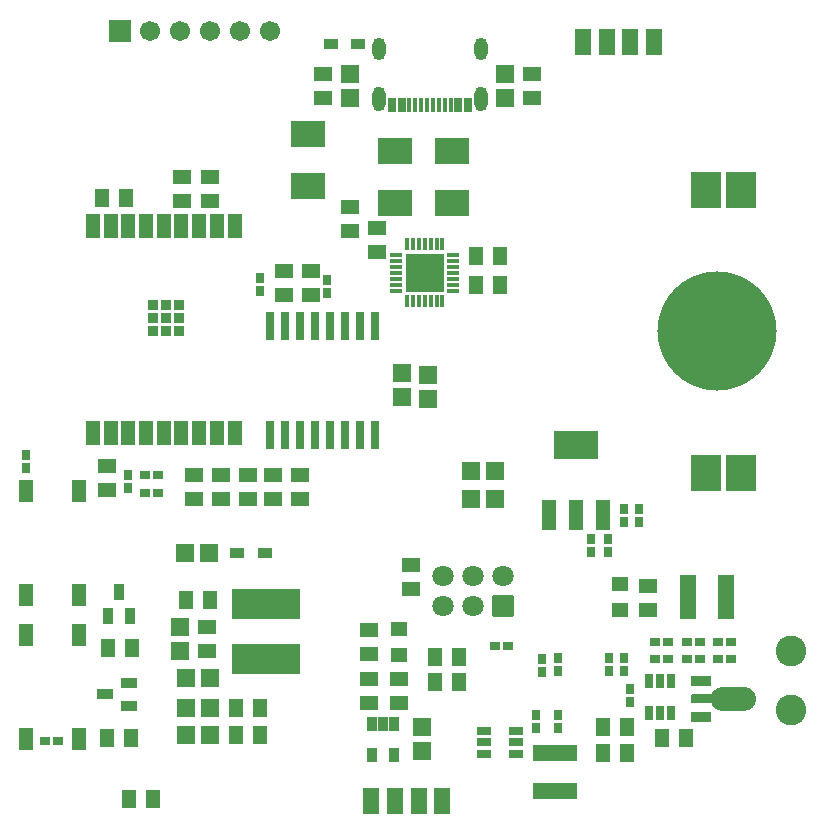
<source format=gts>
G04 Layer: TopSolderMaskLayer*
G04 EasyEDA v6.5.51, 2025-09-17 03:18:51*
G04 4aee9cc30035422d88a860af958d7afb,d57bd40a603b42be9e37e0d49851eb9c,10*
G04 Gerber Generator version 0.2*
G04 Scale: 100 percent, Rotated: No, Reflected: No *
G04 Dimensions in inches *
G04 leading zeros omitted , absolute positions ,3 integer and 6 decimal *
%FSLAX36Y36*%
%MOIN*%

%AMMACRO1*4,1,8,-0.0343,-0.0355,-0.0355,-0.0343,-0.0355,0.0343,-0.0343,0.0355,0.0343,0.0355,0.0355,0.0343,0.0355,-0.0343,0.0343,-0.0355,-0.0343,-0.0355,0*%
%AMMACRO2*4,1,8,-0.0205,-0.0374,-0.0217,-0.0363,-0.0217,0.0363,-0.0205,0.0374,0.0205,0.0374,0.0217,0.0363,0.0217,-0.0363,0.0205,-0.0374,-0.0205,-0.0374,0*%
%AMMACRO3*4,1,8,-0.05,-0.061,-0.0512,-0.0599,-0.0512,0.0599,-0.05,0.061,0.05,0.061,0.0512,0.0599,0.0512,-0.0599,0.05,-0.061,-0.05,-0.061,0*%
%AMMACRO4*4,1,8,-0.0274,-0.0298,-0.0286,-0.0286,-0.0286,0.0286,-0.0274,0.0298,0.0274,0.0298,0.0286,0.0286,0.0286,-0.0286,0.0274,-0.0298,-0.0274,-0.0298,0*%
%AMMACRO5*4,1,8,-0.0286,-0.0286,-0.0298,-0.0274,-0.0298,0.0274,-0.0286,0.0286,0.0286,0.0286,0.0298,0.0274,0.0298,-0.0274,0.0286,-0.0286,-0.0286,-0.0286,0*%
%AMMACRO6*4,1,8,-0.0205,-0.0168,-0.0217,-0.0156,-0.0217,0.0156,-0.0205,0.0168,0.0205,0.0168,0.0217,0.0156,0.0217,-0.0156,0.0205,-0.0168,-0.0205,-0.0168,0*%
%AMMACRO7*4,1,8,-0.0548,-0.0445,-0.056,-0.0433,-0.056,0.0433,-0.0548,0.0445,0.0548,0.0445,0.056,0.0433,0.056,-0.0433,0.0548,-0.0445,-0.0548,-0.0445,0*%
%AMMACRO8*4,1,8,-0.0737,-0.0276,-0.0748,-0.0264,-0.0748,0.0264,-0.0737,0.0276,0.0737,0.0276,0.0748,0.0264,0.0748,-0.0264,0.0737,-0.0276,-0.0737,-0.0276,0*%
%AMMACRO9*4,1,8,-0.0363,-0.0374,-0.0374,-0.0363,-0.0374,0.0363,-0.0363,0.0374,0.0363,0.0374,0.0374,0.0363,0.0374,-0.0363,0.0363,-0.0374,-0.0363,-0.0374,0*%
%AMMACRO10*4,1,8,-0.0146,-0.0266,-0.0158,-0.0254,-0.0158,0.0254,-0.0146,0.0266,0.0146,0.0266,0.0158,0.0254,0.0158,-0.0254,0.0146,-0.0266,-0.0146,-0.0266,0*%
%AMMACRO11*4,1,8,-0.0254,-0.0158,-0.0266,-0.0146,-0.0266,0.0146,-0.0254,0.0158,0.0254,0.0158,0.0266,0.0146,0.0266,-0.0146,0.0254,-0.0158,-0.0254,-0.0158,0*%
%AMMACRO12*4,1,8,-0.0279,-0.0243,-0.0291,-0.0231,-0.0291,0.0231,-0.0279,0.0243,0.0279,0.0243,0.0291,0.0231,0.0291,-0.0231,0.0279,-0.0243,-0.0279,-0.0243,0*%
%AMMACRO13*4,1,8,-0.0231,-0.0291,-0.0243,-0.0279,-0.0243,0.0279,-0.0231,0.0291,0.0231,0.0291,0.0243,0.0279,0.0243,-0.0279,0.0231,-0.0291,-0.0231,-0.0291,0*%
%AMMACRO14*4,1,8,-0.0244,-0.0445,-0.0256,-0.0433,-0.0256,0.0433,-0.0244,0.0445,0.0244,0.0445,0.0256,0.0433,0.0256,-0.0433,0.0244,-0.0445,-0.0244,-0.0445,0*%
%AMMACRO15*4,1,8,-0.0115,-0.0176,-0.0126,-0.0164,-0.0126,0.0164,-0.0115,0.0176,0.0115,0.0176,0.0126,0.0164,0.0126,-0.0164,0.0115,-0.0176,-0.0115,-0.0176,0*%
%AMMACRO16*4,1,8,-0.0164,-0.0126,-0.0176,-0.0115,-0.0176,0.0115,-0.0164,0.0126,0.0164,0.0126,0.0176,0.0115,0.0176,-0.0115,0.0164,-0.0126,-0.0164,-0.0126,0*%
%AMMACRO17*4,1,8,-0.0126,-0.0237,-0.0138,-0.0225,-0.0138,0.0225,-0.0126,0.0237,0.0126,0.0237,0.0138,0.0225,0.0138,-0.0225,0.0126,-0.0237,-0.0126,-0.0237,0*%
%AMMACRO18*4,1,8,-0.0225,-0.0138,-0.0237,-0.0126,-0.0237,0.0126,-0.0225,0.0138,0.0225,0.0138,0.0237,0.0126,0.0237,-0.0126,0.0225,-0.0138,-0.0225,-0.0138,0*%
%AMMACRO19*4,1,8,-0.0146,-0.0237,-0.0158,-0.0225,-0.0158,0.0225,-0.0146,0.0237,0.0146,0.0237,0.0158,0.0225,0.0158,-0.0225,0.0146,-0.0237,-0.0146,-0.0237,0*%
%AMMACRO20*4,1,8,-0.0205,-0.0413,-0.0217,-0.0402,-0.0217,0.0402,-0.0205,0.0413,0.0205,0.0413,0.0217,0.0402,0.0217,-0.0402,0.0205,-0.0413,-0.0205,-0.0413,0*%
%AMMACRO21*4,1,8,-0.0146,-0.0157,-0.0157,-0.0146,-0.0157,0.0146,-0.0146,0.0157,0.0146,0.0157,0.0157,0.0146,0.0157,-0.0146,0.0146,-0.0157,-0.0146,-0.0157,0*%
%AMMACRO22*4,1,8,-0.0254,-0.0217,-0.0266,-0.0205,-0.0266,0.0205,-0.0254,0.0217,0.0254,0.0217,0.0266,0.0205,0.0266,-0.0205,0.0254,-0.0217,-0.0254,-0.0217,0*%
%AMMACRO23*4,1,8,-0.0126,-0.0453,-0.0138,-0.0441,-0.0138,0.0441,-0.0126,0.0453,0.0126,0.0453,0.0138,0.0441,0.0138,-0.0441,0.0126,-0.0453,-0.0126,-0.0453,0*%
%AMMACRO24*4,1,8,-0.0628,-0.064,-0.064,-0.0628,-0.064,0.0628,-0.0628,0.064,0.0628,0.064,0.064,0.0628,0.064,-0.0628,0.0628,-0.064,-0.0628,-0.064,0*%
%AMMACRO25*4,1,8,-0.0318,-0.0152,-0.033,-0.0141,-0.033,0.0141,-0.0318,0.0152,0.0318,0.0152,0.033,0.0141,0.033,-0.0141,0.0318,-0.0152,-0.0318,-0.0152,0*%
%AMMACRO26*4,1,8,-0.0107,-0.0244,-0.0118,-0.0233,-0.0118,0.0233,-0.0107,0.0244,0.0107,0.0244,0.0118,0.0233,0.0118,-0.0233,0.0107,-0.0244,-0.0107,-0.0244,0*%
%AMMACRO27*4,1,8,-0.0067,-0.0244,-0.0079,-0.0233,-0.0079,0.0233,-0.0067,0.0244,0.0067,0.0244,0.0079,0.0233,0.0079,-0.0233,0.0067,-0.0244,-0.0067,-0.0244,0*%
%AMMACRO28*4,1,8,-0.0264,-0.0748,-0.0276,-0.0737,-0.0276,0.0737,-0.0264,0.0748,0.0264,0.0748,0.0276,0.0737,0.0276,-0.0737,0.0264,-0.0748,-0.0264,-0.0748,0*%
%AMMACRO29*4,1,8,-0.0225,-0.0512,-0.0237,-0.05,-0.0237,0.05,-0.0225,0.0512,0.0225,0.0512,0.0237,0.05,0.0237,-0.05,0.0225,-0.0512,-0.0225,-0.0512,0*%
%AMMACRO30*4,1,8,-0.0717,-0.0481,-0.0729,-0.0469,-0.0729,0.0469,-0.0717,0.0481,0.0717,0.0481,0.0729,0.0469,0.0729,-0.0469,0.0717,-0.0481,-0.0717,-0.0481,0*%
%AMMACRO31*4,1,8,-0.113,-0.0512,-0.1142,-0.05,-0.1142,0.05,-0.113,0.0512,0.113,0.0512,0.1142,0.05,0.1142,-0.05,0.113,-0.0512,-0.113,-0.0512,0*%
%ADD10C,0.0709*%
%ADD11MACRO1*%
%ADD12MACRO2*%
%ADD13MACRO3*%
%ADD14C,0.3976*%
%ADD15MACRO4*%
%ADD16MACRO5*%
%ADD17C,0.1024*%
%ADD18MACRO6*%
%ADD19C,0.0155*%
%ADD20MACRO7*%
%ADD21MACRO8*%
%ADD22C,0.0670*%
%ADD23MACRO9*%
%ADD24MACRO10*%
%ADD25MACRO11*%
%ADD26MACRO12*%
%ADD27MACRO13*%
%ADD28MACRO14*%
%ADD29MACRO15*%
%ADD30MACRO16*%
%ADD31MACRO17*%
%ADD32MACRO18*%
%ADD33MACRO19*%
%ADD34MACRO20*%
%ADD35MACRO21*%
%ADD36MACRO22*%
%ADD37MACRO23*%
%ADD38O,0.015024X0.041402*%
%ADD39O,0.041402X0.015024*%
%ADD40MACRO24*%
%ADD41MACRO25*%
%ADD42MACRO26*%
%ADD43MACRO27*%
%ADD44O,0.04337X0.08274*%
%ADD45O,0.04337X0.074866*%
%ADD46MACRO28*%
%ADD47MACRO29*%
%ADD48MACRO30*%
%ADD49MACRO31*%

%LPD*%
D10*
G01*
X1470000Y-1890000D03*
G01*
X1470000Y-1990000D03*
G01*
X1570000Y-1890000D03*
G01*
X1570000Y-1990000D03*
G01*
X1670000Y-1890000D03*
D11*
G01*
X1670000Y-1990000D03*
D12*
G01*
X258583Y-1606776D03*
G01*
X81416Y-1606776D03*
G01*
X258583Y-1953233D03*
G01*
X81416Y-1953233D03*
G01*
X81416Y-2433233D03*
G01*
X258583Y-2433233D03*
G01*
X81416Y-2086776D03*
G01*
X258583Y-2086776D03*
D13*
G01*
X2464059Y-602558D03*
D14*
G01*
X2385010Y-1075000D03*
D13*
G01*
X2345950Y-602558D03*
G01*
X2345950Y-1547441D03*
G01*
X2464059Y-1547441D03*
D15*
G01*
X1677250Y-218379D03*
G01*
X1677250Y-297122D03*
G01*
X1162250Y-218379D03*
G01*
X1162250Y-297122D03*
D16*
G01*
X610629Y-1815000D03*
G01*
X689370Y-1815000D03*
D15*
G01*
X1400000Y-2395629D03*
G01*
X1400000Y-2474370D03*
G01*
X1420000Y-1299370D03*
G01*
X1420000Y-1220629D03*
G01*
X1335000Y-1294370D03*
G01*
X1335000Y-1215629D03*
D16*
G01*
X1565628Y-1635000D03*
G01*
X1644371Y-1635000D03*
G01*
X1565628Y-1540000D03*
G01*
X1644371Y-1540000D03*
G01*
X615629Y-2420000D03*
G01*
X694370Y-2420000D03*
G01*
X615629Y-2330000D03*
G01*
X694370Y-2330000D03*
G01*
X615629Y-2230000D03*
G01*
X694370Y-2230000D03*
D15*
G01*
X595000Y-2139370D03*
G01*
X595000Y-2060629D03*
D17*
G01*
X2630000Y-2141579D03*
G01*
X2630000Y-2338429D03*
D18*
G01*
X876163Y-1815000D03*
G01*
X783838Y-1815000D03*
G01*
X1188414Y-117751D03*
G01*
X1096089Y-117751D03*
D20*
G01*
X1500003Y-472999D03*
G01*
X1500003Y-647000D03*
G01*
X1310003Y-472999D03*
G01*
X1310003Y-647000D03*
D21*
G01*
X1845000Y-2482007D03*
G01*
X1845000Y-2607992D03*
D22*
G01*
X895000Y-75000D03*
G01*
X795000Y-75000D03*
G01*
X695000Y-75000D03*
G01*
X595000Y-75000D03*
G01*
X495000Y-75000D03*
D23*
G01*
X395000Y-75000D03*
D24*
G01*
X352599Y-2024370D03*
G01*
X427399Y-2024370D03*
G01*
X389999Y-1945629D03*
D25*
G01*
X424370Y-2322400D03*
G01*
X424370Y-2247600D03*
G01*
X345629Y-2285000D03*
D26*
G01*
X820000Y-1634371D03*
G01*
X820000Y-1555628D03*
G01*
X640000Y-1555628D03*
G01*
X640000Y-1634371D03*
D27*
G01*
X355628Y-2130000D03*
G01*
X434371Y-2130000D03*
D26*
G01*
X1225000Y-2235628D03*
G01*
X1225000Y-2314371D03*
D27*
G01*
X2084372Y-2480000D03*
G01*
X2005627Y-2480000D03*
D26*
G01*
X350000Y-1525628D03*
G01*
X350000Y-1604371D03*
D27*
G01*
X429371Y-2430000D03*
G01*
X350628Y-2430000D03*
D26*
G01*
X2155000Y-2004371D03*
G01*
X2155000Y-1925628D03*
G01*
X1325000Y-2314371D03*
G01*
X1325000Y-2235628D03*
G01*
X600000Y-560628D03*
G01*
X600000Y-639371D03*
D27*
G01*
X2279372Y-2430000D03*
G01*
X2200627Y-2430000D03*
D26*
G01*
X695000Y-560628D03*
G01*
X695000Y-639371D03*
D27*
G01*
X2084372Y-2395000D03*
G01*
X2005627Y-2395000D03*
D26*
G01*
X1072251Y-218378D03*
G01*
X1072251Y-297123D03*
G01*
X1767251Y-297123D03*
G01*
X1767251Y-218378D03*
D27*
G01*
X414371Y-630000D03*
G01*
X335628Y-630000D03*
D26*
G01*
X905000Y-1555628D03*
G01*
X905000Y-1634371D03*
G01*
X730000Y-1634371D03*
G01*
X730000Y-1555628D03*
G01*
X995000Y-1555628D03*
G01*
X995000Y-1634371D03*
D27*
G01*
X1659372Y-825000D03*
G01*
X1580627Y-825000D03*
G01*
X1659372Y-920000D03*
G01*
X1580627Y-920000D03*
D26*
G01*
X1365000Y-1934371D03*
G01*
X1365000Y-1855628D03*
G01*
X1250000Y-809371D03*
G01*
X1250000Y-730628D03*
G01*
X1225000Y-2070628D03*
G01*
X1225000Y-2149371D03*
D27*
G01*
X1445627Y-2245000D03*
G01*
X1524372Y-2245000D03*
D26*
G01*
X1160000Y-739371D03*
G01*
X1160000Y-660628D03*
D27*
G01*
X1524372Y-2160000D03*
G01*
X1445627Y-2160000D03*
D26*
G01*
X940000Y-954371D03*
G01*
X940000Y-875628D03*
D27*
G01*
X504371Y-2635000D03*
G01*
X425628Y-2635000D03*
D26*
G01*
X1030000Y-875628D03*
G01*
X1030000Y-954371D03*
D27*
G01*
X780627Y-2330000D03*
G01*
X859372Y-2330000D03*
G01*
X780627Y-2420000D03*
G01*
X859372Y-2420000D03*
D26*
G01*
X685000Y-2060628D03*
G01*
X685000Y-2139371D03*
D27*
G01*
X694371Y-1970000D03*
G01*
X615628Y-1970000D03*
D28*
G01*
X1232000Y-2640000D03*
G01*
X1310999Y-2640000D03*
G01*
X1390000Y-2640000D03*
G01*
X1467999Y-2640000D03*
G01*
X1937000Y-110000D03*
G01*
X2015999Y-110000D03*
G01*
X2095000Y-110000D03*
G01*
X2172999Y-110000D03*
D29*
G01*
X2095000Y-2268541D03*
G01*
X2095000Y-2311459D03*
D30*
G01*
X521458Y-1555000D03*
G01*
X478541Y-1555000D03*
G01*
X521458Y-1615000D03*
G01*
X478541Y-1615000D03*
G01*
X2178541Y-2110000D03*
G01*
X2221459Y-2110000D03*
G01*
X2179130Y-2168100D03*
G01*
X2222048Y-2168100D03*
D29*
G01*
X80000Y-1531458D03*
G01*
X80000Y-1488541D03*
G01*
X2075000Y-2163541D03*
G01*
X2075000Y-2206459D03*
G01*
X2025000Y-2163541D03*
G01*
X2025000Y-2206459D03*
G01*
X420000Y-1596458D03*
G01*
X420000Y-1553541D03*
D30*
G01*
X186458Y-2440000D03*
G01*
X143541Y-2440000D03*
G01*
X1686458Y-2125000D03*
G01*
X1643541Y-2125000D03*
D29*
G01*
X1085000Y-903541D03*
G01*
X1085000Y-946458D03*
G01*
X1800000Y-2211459D03*
G01*
X1800000Y-2168541D03*
G01*
X1855000Y-2206459D03*
G01*
X1855000Y-2163541D03*
G01*
X1855000Y-2353541D03*
G01*
X1855000Y-2396459D03*
G01*
X1780000Y-2353541D03*
G01*
X1780000Y-2396459D03*
D30*
G01*
X2388541Y-2110000D03*
G01*
X2431459Y-2110000D03*
G01*
X2389130Y-2168100D03*
G01*
X2432048Y-2168100D03*
G01*
X2326459Y-2110000D03*
G01*
X2283541Y-2110000D03*
G01*
X2327048Y-2167328D03*
G01*
X2284130Y-2167328D03*
D29*
G01*
X860000Y-898541D03*
G01*
X860000Y-941458D03*
D31*
G01*
X2157599Y-2241847D03*
G01*
X2195000Y-2241847D03*
G01*
X2232400Y-2241847D03*
G01*
X2232400Y-2348151D03*
G01*
X2195000Y-2348151D03*
G01*
X2157599Y-2348151D03*
D32*
G01*
X1713152Y-2407600D03*
G01*
X1713152Y-2445000D03*
G01*
X1713152Y-2482400D03*
G01*
X1606849Y-2482400D03*
G01*
X1606849Y-2445000D03*
G01*
X1606849Y-2407600D03*
D33*
G01*
X1307444Y-2384055D03*
G01*
X1270044Y-2384055D03*
G01*
X1232563Y-2384055D03*
G01*
X1232563Y-2485944D03*
G01*
X1307364Y-2485944D03*
D34*
G01*
X303779Y-1414489D03*
G01*
X362830Y-1414489D03*
G01*
X421890Y-1414489D03*
G01*
X480940Y-1414489D03*
G01*
X540000Y-1414489D03*
G01*
X599049Y-1414489D03*
G01*
X658109Y-1414489D03*
G01*
X717160Y-1414489D03*
G01*
X776220Y-1414489D03*
G01*
X776220Y-725510D03*
G01*
X717160Y-725510D03*
G01*
X658109Y-725510D03*
G01*
X599049Y-725510D03*
G01*
X540000Y-725510D03*
G01*
X480940Y-725510D03*
G01*
X421890Y-725510D03*
G01*
X362830Y-725510D03*
G01*
X303779Y-725510D03*
D35*
G01*
X504564Y-1075511D03*
G01*
X547871Y-1075511D03*
G01*
X591177Y-1075511D03*
G01*
X504564Y-1032204D03*
G01*
X547871Y-1032204D03*
G01*
X591177Y-1032204D03*
G01*
X591177Y-988897D03*
G01*
X547871Y-988897D03*
G01*
X504564Y-988897D03*
D36*
G01*
X2059996Y-1916692D03*
G01*
X2059996Y-2003311D03*
G01*
X1325003Y-2153307D03*
G01*
X1325003Y-2066688D03*
D37*
G01*
X1195000Y-1058999D03*
G01*
X1095000Y-1421000D03*
G01*
X1245000Y-1058999D03*
G01*
X1145000Y-1058999D03*
G01*
X1095000Y-1058999D03*
G01*
X1145000Y-1421000D03*
G01*
X1045000Y-1421000D03*
G01*
X995000Y-1421000D03*
G01*
X995000Y-1058999D03*
G01*
X895000Y-1421000D03*
G01*
X1045000Y-1058999D03*
G01*
X945000Y-1058999D03*
G01*
X945000Y-1421000D03*
G01*
X895000Y-1058999D03*
G01*
X1195000Y-1421000D03*
G01*
X1245000Y-1421000D03*
D38*
G01*
X1469110Y-784529D03*
G01*
X1449399Y-784529D03*
G01*
X1429709Y-784529D03*
G01*
X1410010Y-784529D03*
G01*
X1390309Y-784529D03*
G01*
X1370600Y-784529D03*
G01*
X1350910Y-784529D03*
D39*
G01*
X1314530Y-820900D03*
G01*
X1314530Y-840599D03*
G01*
X1314530Y-860300D03*
G01*
X1314530Y-880000D03*
G01*
X1314530Y-899699D03*
G01*
X1314530Y-919400D03*
G01*
X1314530Y-939099D03*
D38*
G01*
X1350910Y-975479D03*
G01*
X1370600Y-975479D03*
G01*
X1390309Y-975479D03*
G01*
X1410010Y-975479D03*
G01*
X1429709Y-975479D03*
G01*
X1449399Y-975479D03*
G01*
X1469110Y-975479D03*
D39*
G01*
X1505469Y-939099D03*
G01*
X1505469Y-919400D03*
G01*
X1505469Y-899699D03*
G01*
X1505469Y-880000D03*
G01*
X1505469Y-860300D03*
G01*
X1505469Y-840599D03*
G01*
X1505469Y-820900D03*
D40*
G01*
X1410005Y-879994D03*
G36*
X2401890Y-2339717D02*
G01*
X2401844Y-2339717D01*
X2400091Y-2339675D01*
X2400000Y-2339670D01*
X2398251Y-2339548D01*
X2398158Y-2339540D01*
X2396417Y-2339335D01*
X2396325Y-2339322D01*
X2394596Y-2339036D01*
X2394503Y-2339018D01*
X2392789Y-2338649D01*
X2392700Y-2338629D01*
X2391004Y-2338182D01*
X2390915Y-2338155D01*
X2389242Y-2337629D01*
X2389156Y-2337600D01*
X2387510Y-2336995D01*
X2387422Y-2336961D01*
X2385807Y-2336280D01*
X2385724Y-2336244D01*
X2384140Y-2335488D01*
X2384058Y-2335446D01*
X2382512Y-2334618D01*
X2382433Y-2334571D01*
X2380928Y-2333670D01*
X2380850Y-2333622D01*
X2379389Y-2332651D01*
X2379314Y-2332600D01*
X2377899Y-2331563D01*
X2377825Y-2331505D01*
X2376463Y-2330403D01*
X2376391Y-2330344D01*
X2375081Y-2329178D01*
X2375014Y-2329115D01*
X2373760Y-2327890D01*
X2373696Y-2327824D01*
X2372500Y-2326541D01*
X2372438Y-2326473D01*
X2371304Y-2325136D01*
X2371246Y-2325064D01*
X2370176Y-2323674D01*
X2370122Y-2323600D01*
X2369117Y-2322161D01*
X2369066Y-2322085D01*
X2368131Y-2320601D01*
X2368083Y-2320522D01*
X2367218Y-2318996D01*
X2367175Y-2318915D01*
X2366382Y-2317352D01*
X2366342Y-2317265D01*
X2366305Y-2317177D01*
X2366271Y-2317087D01*
X2366243Y-2316995D01*
X2366220Y-2316903D01*
X2365852Y-2315309D01*
X2300596Y-2315309D01*
X2300403Y-2315300D01*
X2300213Y-2315270D01*
X2300024Y-2315223D01*
X2299843Y-2315158D01*
X2299669Y-2315077D01*
X2299503Y-2314976D01*
X2299348Y-2314861D01*
X2299205Y-2314731D01*
X2299075Y-2314589D01*
X2298959Y-2314434D01*
X2298860Y-2314268D01*
X2298778Y-2314094D01*
X2298712Y-2313912D01*
X2298666Y-2313724D01*
X2298636Y-2313533D01*
X2298627Y-2313339D01*
X2298627Y-2287356D01*
X2298636Y-2287163D01*
X2298666Y-2286972D01*
X2298712Y-2286783D01*
X2298778Y-2286601D01*
X2298860Y-2286428D01*
X2298959Y-2286262D01*
X2299075Y-2286107D01*
X2299205Y-2285963D01*
X2299348Y-2285834D01*
X2299503Y-2285718D01*
X2299669Y-2285619D01*
X2299843Y-2285536D01*
X2300024Y-2285471D01*
X2300213Y-2285425D01*
X2300403Y-2285396D01*
X2300596Y-2285387D01*
X2365852Y-2285387D01*
X2366220Y-2283791D01*
X2366243Y-2283697D01*
X2366271Y-2283607D01*
X2366305Y-2283515D01*
X2366342Y-2283427D01*
X2366382Y-2283341D01*
X2367175Y-2281777D01*
X2367218Y-2281696D01*
X2368083Y-2280171D01*
X2368131Y-2280091D01*
X2369066Y-2278609D01*
X2369117Y-2278532D01*
X2370122Y-2277094D01*
X2370176Y-2277019D01*
X2371246Y-2275630D01*
X2371304Y-2275558D01*
X2372438Y-2274220D01*
X2372500Y-2274151D01*
X2373696Y-2272869D01*
X2373760Y-2272804D01*
X2375014Y-2271579D01*
X2375081Y-2271516D01*
X2376391Y-2270349D01*
X2376463Y-2270290D01*
X2377825Y-2269187D01*
X2377899Y-2269131D01*
X2379314Y-2268094D01*
X2379389Y-2268042D01*
X2380850Y-2267071D01*
X2380928Y-2267022D01*
X2382433Y-2266122D01*
X2382512Y-2266075D01*
X2384058Y-2265246D01*
X2384140Y-2265205D01*
X2385724Y-2264450D01*
X2385807Y-2264412D01*
X2387422Y-2263732D01*
X2387510Y-2263697D01*
X2389156Y-2263094D01*
X2389242Y-2263063D01*
X2390915Y-2262537D01*
X2391004Y-2262512D01*
X2392700Y-2262064D01*
X2392789Y-2262044D01*
X2394503Y-2261676D01*
X2394596Y-2261658D01*
X2396325Y-2261372D01*
X2396417Y-2261359D01*
X2398158Y-2261154D01*
X2398251Y-2261145D01*
X2400000Y-2261023D01*
X2400091Y-2261019D01*
X2401844Y-2260976D01*
X2401890Y-2260976D01*
X2474890Y-2260976D01*
X2474938Y-2260976D01*
X2476691Y-2261019D01*
X2476782Y-2261023D01*
X2478531Y-2261145D01*
X2478622Y-2261154D01*
X2480365Y-2261359D01*
X2480456Y-2261372D01*
X2482186Y-2261658D01*
X2482277Y-2261676D01*
X2483993Y-2262044D01*
X2484081Y-2262064D01*
X2485776Y-2262512D01*
X2485865Y-2262537D01*
X2487538Y-2263063D01*
X2487626Y-2263094D01*
X2489272Y-2263697D01*
X2489359Y-2263732D01*
X2490974Y-2264412D01*
X2491058Y-2264450D01*
X2492641Y-2265205D01*
X2492723Y-2265246D01*
X2494269Y-2266075D01*
X2494349Y-2266122D01*
X2495853Y-2267022D01*
X2495932Y-2267071D01*
X2497393Y-2268042D01*
X2497467Y-2268094D01*
X2498882Y-2269131D01*
X2498955Y-2269187D01*
X2500318Y-2270290D01*
X2500389Y-2270349D01*
X2501701Y-2271516D01*
X2501768Y-2271579D01*
X2503022Y-2272804D01*
X2503086Y-2272869D01*
X2504282Y-2274151D01*
X2504344Y-2274220D01*
X2505478Y-2275558D01*
X2505536Y-2275630D01*
X2506606Y-2277019D01*
X2506660Y-2277094D01*
X2507664Y-2278532D01*
X2507716Y-2278609D01*
X2508651Y-2280091D01*
X2508698Y-2280171D01*
X2509562Y-2281696D01*
X2509606Y-2281777D01*
X2510398Y-2283341D01*
X2510438Y-2283425D01*
X2511157Y-2285025D01*
X2511193Y-2285109D01*
X2511836Y-2286741D01*
X2511868Y-2286828D01*
X2512433Y-2288488D01*
X2512461Y-2288575D01*
X2512947Y-2290261D01*
X2512970Y-2290351D01*
X2513378Y-2292057D01*
X2513397Y-2292147D01*
X2513724Y-2293868D01*
X2513739Y-2293960D01*
X2513986Y-2295697D01*
X2513995Y-2295788D01*
X2514160Y-2297534D01*
X2514166Y-2297627D01*
X2514249Y-2299378D01*
X2514251Y-2299470D01*
X2514251Y-2301224D01*
X2514249Y-2301316D01*
X2514166Y-2303067D01*
X2514160Y-2303159D01*
X2513995Y-2304904D01*
X2513986Y-2304996D01*
X2513739Y-2306734D01*
X2513724Y-2306824D01*
X2513397Y-2308546D01*
X2513378Y-2308636D01*
X2512970Y-2310342D01*
X2512947Y-2310432D01*
X2512461Y-2312118D01*
X2512433Y-2312204D01*
X2511868Y-2313865D01*
X2511836Y-2313953D01*
X2511193Y-2315583D01*
X2511157Y-2315668D01*
X2510438Y-2317267D01*
X2510398Y-2317352D01*
X2509606Y-2318915D01*
X2509562Y-2318996D01*
X2508698Y-2320522D01*
X2508651Y-2320601D01*
X2507716Y-2322085D01*
X2507664Y-2322161D01*
X2506660Y-2323600D01*
X2506606Y-2323674D01*
X2505536Y-2325064D01*
X2505478Y-2325136D01*
X2504344Y-2326473D01*
X2504282Y-2326541D01*
X2503086Y-2327824D01*
X2503022Y-2327890D01*
X2501768Y-2329115D01*
X2501701Y-2329178D01*
X2500389Y-2330344D01*
X2500318Y-2330403D01*
X2498955Y-2331505D01*
X2498882Y-2331563D01*
X2497467Y-2332600D01*
X2497393Y-2332651D01*
X2495932Y-2333622D01*
X2495853Y-2333670D01*
X2494349Y-2334571D01*
X2494269Y-2334618D01*
X2492723Y-2335446D01*
X2492641Y-2335488D01*
X2491058Y-2336244D01*
X2490974Y-2336280D01*
X2489359Y-2336961D01*
X2489272Y-2336995D01*
X2487626Y-2337600D01*
X2487538Y-2337629D01*
X2485865Y-2338155D01*
X2485776Y-2338182D01*
X2484081Y-2338629D01*
X2483993Y-2338649D01*
X2482277Y-2339018D01*
X2482186Y-2339036D01*
X2480456Y-2339322D01*
X2480365Y-2339335D01*
X2478622Y-2339540D01*
X2478531Y-2339548D01*
X2476782Y-2339670D01*
X2476691Y-2339675D01*
X2474938Y-2339717D01*
X2474890Y-2339717D01*
G37*
D41*
G01*
X2331603Y-2359060D03*
G01*
X2331603Y-2240950D03*
D42*
G01*
X1301266Y-321580D03*
G01*
X1332763Y-321580D03*
D43*
G01*
X1358350Y-321576D03*
G01*
X1378050Y-321616D03*
G01*
X1397720Y-321576D03*
G01*
X1417410Y-321576D03*
G01*
X1437090Y-321576D03*
G01*
X1456780Y-321576D03*
G01*
X1476460Y-321576D03*
G01*
X1496150Y-321616D03*
D42*
G01*
X1521738Y-321580D03*
G01*
X1553235Y-321580D03*
D44*
G01*
X1597330Y-299239D03*
G01*
X1257169Y-299250D03*
D45*
G01*
X1257169Y-133890D03*
G01*
X1597330Y-133890D03*
D46*
G01*
X2412992Y-1960000D03*
G01*
X2287007Y-1960000D03*
D20*
G01*
X1019996Y-592000D03*
G01*
X1019996Y-417999D03*
D47*
G01*
X2005550Y-1686929D03*
G01*
X1915000Y-1686929D03*
G01*
X1824450Y-1686929D03*
D48*
G01*
X1915000Y-1453070D03*
D29*
G01*
X1965000Y-1811458D03*
G01*
X1965000Y-1768541D03*
G01*
X2020000Y-1811458D03*
G01*
X2020000Y-1768541D03*
G01*
X2075000Y-1711458D03*
G01*
X2075000Y-1668541D03*
G01*
X2125000Y-1711458D03*
G01*
X2125000Y-1668541D03*
D49*
G01*
X880499Y-2167520D03*
G01*
X879499Y-1982479D03*
M02*

</source>
